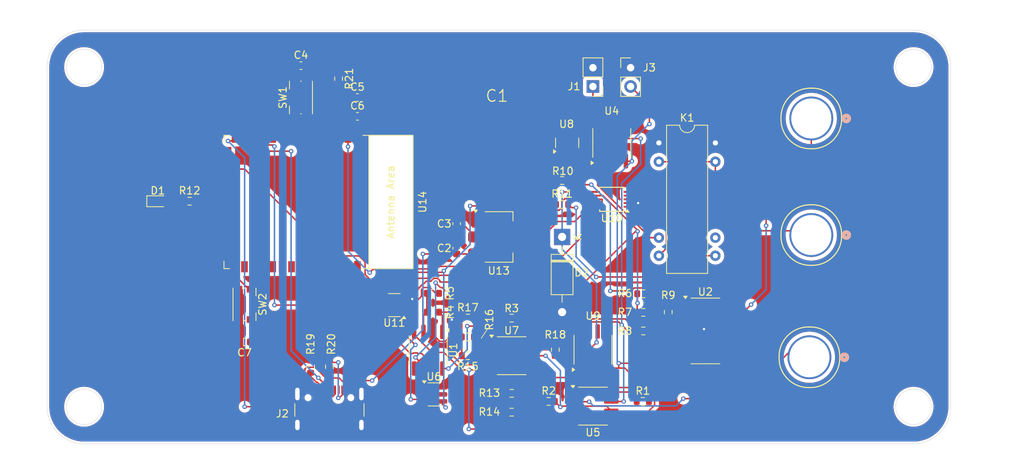
<source format=kicad_pcb>
(kicad_pcb (version 20241229) (generator "pcbnew") (generator_version "9.0")
  (layers (0 "F.Cu" signal) (2 "B.Cu" signal) (13 "F.Paste" user) (15 "B.Paste" user) (5 "F.SilkS" user "F.Silkscreen") (7 "B.SilkS" user "B.Silkscreen") (1 "F.Mask" user) (3 "B.Mask" user) (25 "Edge.Cuts" user))
  (net 0 "")
  (net 1 "GND")
  (net 2 "Net-(U8-IN)")
  (net 3 "Net-(D1-A)")
  (net 4 "Net-(D2-K)")
  (net 5 "Net-(U10-AIN1)")
  (net 6 "Net-(J4-Pin_1)")
  (net 7 "Net-(K1-Pad6)")
  (net 8 "Net-(R1-Pad2)")
  (net 9 "Net-(R1-Pad1)")
  (net 10 "Net-(R15-Pad1)")
  (net 11 "Net-(R3-Pad2)")
  (net 12 "Net-(R3-Pad1)")
  (net 13 "Net-(R17-Pad2)")
  (net 14 "Net-(U1A-+)")
  (net 15 "Net-(U11-VOUT)")
  (net 16 "Net-(U2A-+)")
  (net 17 "Net-(R10-Pad1)")
  (net 18 "Net-(U2D--)")
  (net 19 "Net-(U7--)")
  (net 20 "Net-(U9-+)")
  (net 21 "Net-(R18-Pad1)")
  (net 22 "Net-(R18-Pad2)")
  (net 23 "Net-(U1B--)")
  (net 24 "-9V")
  (net 25 "+9V")
  (net 28 "Net-(J5-Pin_1)")
  (net 33 "+5V")
  (net 34 "+3.3V")
  (net 35 "Net-(U14-EN)")
  (net 36 "Net-(U14-GPIO0)")
  (net 37 "/D+")
  (net 39 "/D-")
  (net 40 "Net-(J2-CC1)")
  (net 42 "Net-(J2-CC2)")
  (net 43 "/ADC_IN3")
  (net 44 "Net-(U14-GPIO12{slash}TOUCH12{slash}ADC2_CH1{slash}FSPICLK{slash}FSPIIO6)")
  (net 45 "/I2C_SDA")
  (net 46 "/I2C_SCL")
  (net 49 "Net-(U4A-+)")
  (net 52 "VCC")
  (net 87 "Net-(J6-Pin_1)")
  (footprint "Resistor_SMD:R_0603_1608Metric" (layer "F.Cu") (at 186.339 76.8975)
    (property "Reference" "R11")
    (property "Value" "10k")
  )
  (footprint "Resistor_SMD:R_0603_1608Metric" (layer "F.Cu") (at 168.91 88.9 180)
    (property "Reference" "R5")
    (property "Value" "10k")
  )
  (footprint "Resistor_SMD:R_0603_1608Metric" (layer "F.Cu") (at 185.42 96.52 -90)
    (property "Reference" "R18")
    (property "Value" "5.23k")
  )
  (footprint "i made this:CONN_575-8_KEY" (layer "F.Cu") (at 219.964 81.026)
    (property "Reference" "J5")
    (property "Value" "Working ")
  )
  (footprint "Connector_PinHeader_2.54mm:PinHeader_1x02_P2.54mm_Vertical" (layer "F.Cu") (at 190.5 60.96 180)
    (property "Reference" "J1")
    (property "Value" "Conn_01x02_Pin")
  )
  (footprint "Resistor_SMD:R_0603_1608Metric" (layer "F.Cu") (at 179.53 102.41 180)
    (property "Reference" "R13")
    (property "Value" "10k")
  )
  (footprint "LED_SMD:LED_0603_1608Metric" (layer "F.Cu") (at 131.7825 76.46)
    (property "Reference" "D1")
    (property "Value" "LED")
  )
  (footprint "Package_SO:SOIC-8_3.9x4.9mm_P1.27mm" (layer "F.Cu") (at 179.53 97.33)
    (property "Reference" "U7")
    (property "Value" "INA128")
  )
  (footprint "Resistor_SMD:R_0603_1608Metric" (layer "F.Cu") (at 173.625 97.33 180)
    (property "Reference" "R15")
    (property "Value" "10k" (hide yes))
  )
  (footprint "Resistor_SMD:R_0603_1608Metric" (layer "F.Cu") (at 173.625 94.79)
    (property "Reference" "R16")
    (property "Value" "10k" (hide yes))
  )
  (footprint "Package_TO_SOT_SMD:SOT-23-6" (layer "F.Cu") (at 169.0425 102.55)
    (property "Reference" "U6")
    (property "Value" "MCP4725xxx-xCH")
  )
  (footprint "Package_SO:SOIC-14_3.9x8.7mm_P1.27mm" (layer "F.Cu") (at 205.675 93.98)
    (property "Reference" "U2")
    (property "Value" "TL074")
  )
  (footprint "Capacitor_SMD:C_0603_1608Metric" (layer "F.Cu") (at 172.11 82.805 90)
    (property "Reference" "C2")
    (property "Value" "100nF" (hide yes))
  )
  (footprint "Resistor_SMD:R_0603_1608Metric" (layer "F.Cu") (at 154.94 98.81 90)
    (property "Reference" "R20")
    (property "Value" "5.1 k")
  )
  (footprint "Capacitor_SMD:C_0603_1608Metric" (layer "F.Cu") (at 151.1 58.145)
    (property "Reference" "C4")
    (property "Value" ".1uF")
  )
  (footprint "Resistor_SMD:R_0603_1608Metric" (layer "F.Cu") (at 197.295 88.96)
    (property "Reference" "R6")
    (property "Value" "10k")
  )
  (footprint "Resistor_SMD:R_0603_1608Metric" (layer "F.Cu") (at 179.53 92.25 180)
    (property "Reference" "R3")
    (property "Value" "10k")
  )
  (footprint "Resistor_SMD:R_0603_1608Metric" (layer "F.Cu") (at 156.18 59.91 -90)
    (property "Reference" "R21")
    (property "Value" "10k")
  )
  (footprint "Resistor_SMD:R_0603_1608Metric" (layer "F.Cu") (at 200.66 91.44 90)
    (property "Reference" "R9")
    (property "Value" "10k")
  )
  (footprint "ESP32:ESP32-S2-SOLO" (layer "F.Cu") (at 150.46 76.56 -90)
    (property "Reference" "U14")
    (property "Value" "ESP32-S2-SOLO")
  )
  (footprint "Diode_THT:D_DO-41_SOD81_P10.16mm_Horizontal" (layer "F.Cu") (at 186.339 81.28 -90)
    (property "Reference" "D2")
    (property "Value" "1N47xxA")
  )
  (footprint "Capacitor_SMD:C_0603_1608Metric" (layer "F.Cu") (at 158.72 64.99)
    (property "Reference" "C6")
    (property "Value" ".1uF")
  )
  (footprint "i made this:CONN_575-8_KEY" (layer "F.Cu") (at 219.71 97.536)
    (property "Reference" "J6")
    (property "Value" "Working")
  )
  (footprint "B58031I7504M062:CAPC7851084X4N" (layer "F.Cu") (at 177.8 71.12)
    (property "Reference" "C1")
    (property "Value" "0.47 uF")
  )
  (footprint "Package_TO_SOT_SMD:SOT-23-6" (layer "F.Cu") (at 163.6975 90.49 180)
    (property "Reference" "U11")
    (property "Value" "MCP4725")
  )
  (footprint "Resistor_SMD:R_0603_1608Metric" (layer "F.Cu") (at 197.23 103.505)
    (property "Reference" "R1")
    (property "Value" "4.12k")
  )
  (footprint "Package_SO:SOIC-8_3.9x4.9mm_P1.27mm" (layer "F.Cu") (at 193.04 68.58 90)
    (property "Reference" "U4")
    (property "Value" "OPA2277")
  )
  (footprint "Resistor_SMD:R_0603_1608Metric" (layer "F.Cu") (at 197.295 91.47)
    (property "Reference" "R7")
    (property "Value" "10k")
  )
  (footprint "Connector_PinHeader_2.54mm:PinHeader_1x02_P2.54mm_Vertical" (layer "F.Cu") (at 195.58 58.42)
    (property "Reference" "J3")
    (property "Value" "Conn_01x02_Pin")
  )
  (footprint "Package_TO_SOT_SMD:SOT-23" (layer "F.Cu") (at 187.0225 68.58 90)
    (property "Reference" "U8")
    (property "Value" "REF3033")
  )
  (footprint "Package_SO:SOIC-8_3.9x4.9mm_P1.27mm" (layer "F.Cu") (at 190.5 96.52 90)
    (property "Reference" "U9")
    (property "Value" "INA128")
  )
  (footprint "Package_TO_SOT_SMD:SOT-223-3_TabPin2" (layer "F.Cu") (at 177.8 81.28)
    (property "Reference" "U13")
    (property "Value" "LD1117S33TR_SOT223" (hide yes))
  )
  (footprint "Resistor_SMD:R_0603_1608Metric" (layer "F.Cu") (at 184.53 103.505)
    (property "Reference" "R2")
    (property "Value" "10k")
  )
  (footprint "Resistor_SMD:R_0603_1608Metric" (layer "F.Cu") (at 136.075 76.46)
    (property "Reference" "R12")
    (property "Value" "470")
  )
  (footprint "i made this:CONN_575-8_KEY" (layer "F.Cu") (at 219.964 65.278)
    (property "Reference" "J4")
    (property "Value" "Reference ")
  )
  (footprint "Button_Switch_SMD:SW_Push_1P1T-SH_NO_CK_KMR2xxG" (layer "F.Cu") (at 151.1 62.45 90)
    (property "Reference" "SW1")
    (property "Value" "Reset")
  )
  (footprint "Connector_USB:USB_C_Receptacle_GCT_USB4105-xx-A_16P_TopMnt_Horizontal" (layer "F.Cu") (at 154.94 105.605)
    (property "Reference" "J2")
    (property "Value" "USB_C_Receptacle_USB2.0")
  )
  (footprint "Resistor_SMD:R_0603_1608Metric" (layer "F.Cu") (at 173.625 92.25)
    (property "Reference" "R17")
    (property "Value" "10k" (hide yes))
  )
  (footprint "Resistor_SMD:R_0603_1608Metric" (layer "F.Cu") (at 197.295 93.98)
    (property "Reference" "R8")
    (property "Value" "10k")
  )
  (footprint "Relay_THT:Relay_StandexMeder_DIP_LowProfile" (layer "F.Cu") (at 199.4 68.58)
    (property "Reference" "K1")
    (property "Value" "DIPxx-1Axx-12xD")
  )
  (footprint "Package_SO:SOIC-8_3.9x4.9mm_P1.27mm" (layer "F.Cu") (at 190.5 104.14)
    (property "Reference" "U5")
    (property "Value" "INA128")
  )
  (footprint "Button_Switch_SMD:SW_Push_1P1T-SH_NO_CK_KMR2xxG" (layer "F.Cu") (at 143.48 90.39 -90)
    (property "Reference" "SW2")
    (property "Value" "Boot")
  )
  (footprint "Capacitor_SMD:C_0603_1608Metric" (layer "F.Cu") (at 143.48 95.47 180)
    (property "Reference" "C7")
    (property "Value" ".1uF")
  )
  (footprint "Capacitor_SMD:C_0603_1608Metric" (layer "F.Cu") (at 158.72 62.45)
    (property "Reference" "C5")
    (property "Value" "1uF")
  )
  (footprint "Package_SO:SOIC-8_3.9x4.9mm_P1.27mm" (layer "F.Cu") (at 168.275 96.585 -90)
    (property "Reference" "U1")
    (property "Value" "OPA2277")
  )
  (footprint "Resistor_SMD:R_0603_1608Metric" (layer "F.Cu") (at 186.339 73.66 180)
    (property "Reference" "R10")
    (property "Value" "10k")
  )
  (footprint "Resistor_SMD:R_0603_1608Metric" (layer "F.Cu") (at 152.4 98.81 90)
    (property "Reference" "R19")
    (property "Value" "5.1 k")
  )
  (footprint "Resistor_SMD:R_0603_1608Metric" (layer "F.Cu") (at 179.53 104.95)
    (property "Reference" "R14")
    (property "Value" "1M")
  )
  (footprint "Resistor_SMD:R_0603_1608Metric" (layer "F.Cu") (at 168.91 91.44)
    (property "Reference" "R4")
    (property "Value" "10k")
  )
  (footprint "Package_SO:TSSOP-10_3x3mm_P0.5mm" (layer "F.Cu") (at 193.04 76.2 180)
    (property "Reference" "U10")
    (property "Value" "ADS1115")
  )
  (footprint "Capacitor_SMD:C_0603_1608Metric" (layer "F.Cu") (at 172.11 79.49 -90)
    (property "Reference" "C3")
    (property "Value" "10uF" (hide yes))
  )
  (gr_line (start 233.76 109.22) (end 121.84 109.22) (stroke (width 0.05)) (layer "Edge.Cuts"))
  (gr_line (start 116.84 104.22) (end 116.84 58.34) (stroke (width 0.05)) (layer "Edge.Cuts"))
  (gr_arc (start 233.76 53.34) (mid 237.295534 54.804466) (end 238.76 58.34) (stroke (width 0.05)) (layer "Edge.Cuts"))
  (gr_line (start 238.76 58.34) (end 238.76 104.22) (stroke (width 0.05)) (layer "Edge.Cuts"))
  (gr_circle (center 233.76 58.34) (end 236.16 58.34) (stroke (width 0.05)) (fill no) (layer "Edge.Cuts"))
  (gr_arc (start 121.84 109.22) (mid 118.304466 107.755534) (end 116.84 104.22) (stroke (width 0.05)) (layer "Edge.Cuts"))
  (gr_line (start 121.84 53.34) (end 233.76 53.34) (stroke (width 0.05)) (layer "Edge.Cuts"))
  (gr_circle (center 121.84 104.22) (end 124.24 104.22) (stroke (width 0.05)) (fill no) (layer "Edge.Cuts"))
  (gr_circle (center 121.84 58.34) (end 124.24 58.34) (stroke (width 0.05)) (fill no) (layer "Edge.Cuts"))
  (gr_circle (center 233.76 104.22) (end 236.16 104.22) (stroke (width 0.05)) (fill no) (layer "Edge.Cuts"))
  (gr_arc (start 238.76 104.22) (mid 237.295534 107.755534) (end 233.76 109.22) (stroke (width 0.05)) (layer "Edge.Cuts"))
  (gr_arc (start 116.84 58.34) (mid 118.304466 54.804466) (end 121.84 53.34) (stroke (width 0.05)) (layer "Edge.Cuts"))
  (gr_text "/\n" (at 175.26 94.865 0) (layer "F.SilkS") (effects (font (size 1 1) (thickness 0.1)) (justify left bottom)))
  (segment (start 195.19 76.2) (end 196.088 76.2) (width 0.2) (layer "F.Cu") (net 1))
  (segment (start 196.041 76.274) (end 195.967 76.2) (width 0.2) (layer "F.Cu") (net 1))
  (segment (start 172.829536 98.5486) (end 171.45 97.169064) (width 0.2) (layer "F.Cu") (net 1))
  (segment (start 205.486 93.218) (end 205.486 93.726) (width 0.2) (layer "F.Cu") (net 1))
  (segment (start 195.967 76.2) (end 195.19 76.2) (width 0.2) (layer "F.Cu") (net 1))
  (segment (start 165.288 90.49) (end 166.116 89.662) (width 0.2) (layer "F.Cu") (net 1))
  (segment (start 171.45 97.169064) (end 171.45 94.488) (width 0.2) (layer "F.Cu") (net 1))
  (segment (start 170.552 95.386) (end 171.45 94.488) (width 0.2) (layer "F.Cu") (net 1))
  (segment (start 168.91 94.456968) (end 169.839032 95.386) (width 0.2) (layer "F.Cu") (net 1))
  (segment (start 195.967 77.2) (end 196.041 77.126) (width 0.2) (layer "F.Cu") (net 1))
  (segment (start 168.91 94.11) (end 168.91 94.456968) (width 0.2) (layer "F.Cu") (net 1))
  (segment (start 171.45 94.488) (end 171.45 92.456) (width 0.2) (layer "F.Cu") (net 1))
  (segment (start 195.19 77.2) (end 195.967 77.2) (width 0.2) (layer "F.Cu") (net 1))
  (segment (start 176.4714 98.5486) (end 172.829536 98.5486) (width 0.2) (layer "F.Cu") (net 1))
  (segment (start 192.405 71.055) (end 192.405 69.723) (width 0.2) (layer "F.Cu") (net 1))
  (segment (start 196.041 77.126) (end 196.041 76.274) (width 0.2) (layer "F.Cu") (net 1))
  (segment (start 169.839032 95.386) (end 170.552 95.386) (width 0.2) (layer "F.Cu") (net 1))
  (segment (start 192.405 69.723) (end 192.786 69.342) (width 0.2) (layer "F.Cu") (net 1))
  (segment (start 196.088 76.2) (end 196.596 76.708) (width 0.2) (layer "F.Cu") (net 1))
  (segment (start 177.055 97.965) (end 176.4714 98.5486) (width 0.2) (layer "F.Cu") (net 1))
  (segment (start 164.835 90.49) (end 165.288 90.49) (width 0.2) (layer "F.Cu") (net 1))
  (via (at 196.596 76.708) (size 0.6) (drill 0.3) (layers "F.Cu" "B.Cu") (net 1))
  (via (at 171.45 92.456) (size 0.6) (drill 0.3) (layers "F.Cu" "B.Cu") (net 1))
  (via (at 166.116 89.662) (size 0.6) (drill 0.3) (layers "F.Cu" "B.Cu") (net 1))
  (via (at 205.486 93.726) (size 0.6) (drill 0.3) (layers "F.Cu" "B.Cu") (net 1))
  (segment (start 205.486 93.726) (end 205.486 94.234) (width 0.2) (layer "B.Cu") (net 1))
  (segment (start 196.596 76.708) (end 197.104 77.216) (width 0.2) (layer "B.Cu") (net 1))
  (segment (start 171.45 92.456) (end 171.45 91.694) (width 0.2) (layer "B.Cu") (net 1))
  (segment (start 186.072 69.5175) (end 186.072 69.0143) (width 0.2) (layer "F.Cu") (net 2))
  (segment (start 185.514 73.66) (end 185.514 76.8975) (width 0.2) (layer "F.Cu") (net 2))
  (segment (start 186.072 69.0143) (end 186.0725 69.0148) (width 0.2) (layer "F.Cu") (net 2))
  (segment (start 182.5 66.3933) (end 182.5 68.7566) (width 0.2) (layer "F.Cu") (net 2))
  (segment (start 186.072 69.0143) (end 186.072 68.5111) (width 0.2) (layer "F.Cu") (net 2))
  (segment (start 185.514 71.7706) (end 185.514 73.66) (width 0.2) (layer "F.Cu") (net 2))
  (segment (start 182.5 71.12) (end 182.5 68.7566) (width 0.2) (layer "F.Cu") (net 2))
  (segment (start 186.0725 69.0148) (end 186.0725 69.5175) (width 0.2) (layer "F.Cu") (net 2))
  (segment (start 182.5 68.7566) (end 185.514 71.7706) (width 0.2) (layer "F.Cu") (net 2))
  (segment (start 186.072 68.5111) (end 183.955 66.3933) (width 0.2) (layer "F.Cu") (net 2))
  (segment (start 183.955 66.3933) (end 182.5 66.3933) (width 0.2) (layer "F.Cu") (net 2))
  (segment (start 132.57 76.46) (end 135.25 76.46) (width 0.2) (layer "F.Cu") (net 3))
  (segment (start 189.865 98.995) (end 189.865 96.6462) (width 0.2) (layer "F.Cu") (net 4))
  (segment (start 190.987 95.5245) (end 190.987 94.1933) (width 0.2) (layer "F.Cu") (net 4))
  (segment (start 190.89 75.2) (end 186.339 75.2) (width 0.2) (layer "F.Cu") (net 4))
  (segment (start 190.987 94.1933) (end 191.135 94.045) (width 0.2) (layer "F.Cu") (net 4))
  (segment (start 189.865 96.6462) (end 190.987 95.5245) (width 0.2) (layer "F.Cu") (net 4))
  (via (at 186.339 75.2) (size 0.6) (drill 0.3) (layers "F.Cu" "B.Cu") (net 4))
  (via (at 190.987 95.5245) (size 0.6) (drill 0.3) (layers "F.Cu" "B.Cu") (net 4))
  (segment (start 186.339 81.28) (end 186.339 75.2) (width 0.2) (layer "B.Cu") (net 4))
  (segment (start 186.339 81.28) (end 186.339 82.9435) (width 0.2) (layer "B.Cu") (net 4))
  (segment (start 190.987 87.5912) (end 190.987 95.5245) (width 0.2) (layer "B.Cu") (net 4))
  (segment (start 186.339 82.9435) (end 190.987 87.5912) (width 0.2) (layer "B.Cu") (net 4))
  (segment (start 195.19 75.2) (end 196.042 75.2) (width 0.2) (layer "F.Cu") (net 5))
  (segment (start 201.425 83.82) (end 200.412 82.8077) (width 0.2) (layer "F.Cu") (net 5))
  (segment (start 200.412 82.8077) (end 199.4 83.82) (width 0.2) (layer "F.Cu") (net 5))
  (segment (start 196.042 75.2) (end 200.412 79.5706) (width 0.2) (layer "F.Cu") (net 5))
  (segment (start 200.412 79.5706) (end 200.412 82.8077) (width 0.2) (layer "F.Cu") (net 5))
  (segment (start 207.02 83.82) (end 201.425 83.82) (width 0.2) (layer "F.Cu") (net 5))
  (segment (start 219.964 72.644) (end 213.868 78.74) (width 0.2) (layer "F.Cu") (net 6))
  (segment (start 209.55 92.71) (end 208.15 92.71) (width 0.2) (layer "F.Cu") (net 6))
  (segment (start 219.964 65.278) (end 219.964 72.644) (width 0.2) (layer "F.Cu") (net 6))
  (segment (start 213.868 78.74) (end 213.868 79.756) (width 0.2) (layer "F.Cu") (net 6))
  (segment (start 211.836 90.424) (end 209.55 92.71) (width 0.2) (layer "F.Cu") (net 6))
  (via (at 213.868 79.756) (size 0.6) (drill 0.3) (layers "F.Cu" "B.Cu") (net 6))
  (via (at 211.836 90.424) (size 0.6) (drill 0.3) (layers "F.Cu" "B.Cu") (net 6))
  (segment (start 213.868 88.392) (end 211.836 90.424) (width 0.2) (layer "B.Cu") (net 6))
  (segment (start 213.868 79.756) (end 213.868 88.392) (width 0.2) (layer "B.Cu") (net 6))
  (segment (start 191.135 74.2862) (end 191.135 71.055) (width 0.2) (layer "F.Cu") (net 7))
  (segment (start 199.4 81.38) (end 198.229 81.38) (width 0.2) (layer "F.Cu") (net 7))
  (segment (start 198.229 81.38) (end 191.135 74.2862) (width 0.2) (layer "F.Cu") (net 7))
  (segment (start 188.639 101.621) (end 196.171 101.621) (width 0.2) (layer "F.Cu") (net 8))
  (segment (start 188.025 102.235) (end 188.639 101.621) (width 0.2) (layer "F.Cu") (net 8))
  (segment (start 196.171 101.621) (end 198.055 103.505) (width 0.2) (layer "F.Cu") (net 8))
  (segment (start 195.603 102.235) (end 196.405 103.037) (width 0.2) (layer "F.Cu") (net 9))
  (segment (start 192.975 102.235) (end 195.603 102.235) (width 0.2) (layer "F.Cu") (net 9))
  (segment (start 196.405 103.037) (end 196.405 103.505) (width 0.2) (layer "F.Cu") (net 9))
  (segment (start 179.496 96.06) (end 174.45 96.06) (width 0.2) (layer "F.Cu") (net 10))
  (segment (start 174.45 97.33) (end 174.45 96.06) (width 0.2) (layer "F.Cu") (net 10))
  (segment (start 184.109 97.33) (end 180.766 97.33) (width 0.2) (layer "F.Cu") (net 10))
  (segment (start 192.34 104.14) (end 192.975 104.775) (width 0.2) (layer "F.Cu") (net 10))
  (segment (start 185.99 104.14) (end 186.106 104.14) (width 0.2) (layer "F.Cu") (net 10))
  (segment (start 180.766 97.33) (end 179.496 96.06) (width 0.2) (layer "F.Cu") (net 10))
  (segment (start 186.106 104.14) (end 186.106 104.248) (width 0.2) (layer "F.Cu") (net 10))
  (segment (start 185.355 103.505) (end 185.99 104.14) (width 0.2) (layer "F.Cu") (net 10))
  (segment (start 174.45 96.06) (end 174.45 94.79) (width 0.2) (layer "F.Cu") (net 10))
  (segment (start 186.106 104.14) (end 192.34 104.14) (width 0.2) (layer "F.Cu") (net 10))
  (via (at 186.106 104.248) (size 0.6) (drill 0.3) (layers "F.Cu" "B.Cu") (net 10))
  (via (at 184.109 97.33) (size 0.6) (drill 0.3) (layers "F.Cu" "B.Cu") (net 10))
  (segment (start 186.106 104.248) (end 186.106 99.3265) (width 0.2) (layer "B.Cu") (net 10))
  (segment (start 186.106 99.3265) (end 184.109 97.33) (width 0.2) (layer "B.Cu") (net 10))
  (segment (start 177.055 95.425) (end 178.705 93.775) (width 0.2) (layer "F.Cu") (net 11))
  (segment (start 178.705 93.775) (end 178.705 92.25) (width 0.2) (layer "F.Cu") (net 11))
  (segment (start 182.005 93.9) (end 180.355 92.25) (width 0.2) (layer "F.Cu") (net 12))
  (segment (start 182.005 95.425) (end 182.005 93.9) (width 0.2) (layer "F.Cu") (net 12))
  (segment (start 187.392 92.8743) (end 183.649 92.8743) (width 0.2) (layer "F.Cu") (net 13))
  (segment (start 194.847 92.3566) (end 187.91 92.3566) (width 0.2) (layer "F.Cu") (net 13))
  (segment (start 187.91 92.3566) (end 187.392 92.8743) (width 0.2) (layer "F.Cu") (net 13))
  (segment (start 173.64 91.44) (end 174.45 92.25) (width 0.2) (layer "F.Cu") (net 13))
  (segment (start 175.649 91.0509) (end 174.45 92.25) (width 0.2) (layer "F.Cu") (net 13))
  (segment (start 169.735 91.44) (end 170.18 91.885) (width 0.2) (layer "F.Cu") (net 13))
  (segment (start 196.47 93.98) (end 194.847 92.3566) (width 0.2) (layer "F.Cu") (net 13))
  (segment (start 183.649 92.8743) (end 181.825 91.0509) (width 0.2) (layer "F.Cu") (net 13))
  (segment (start 169.735 91.44) (end 173.64 91.44) (width 0.2) (layer "F.Cu") (net 13))
  (segment (start 181.825 91.0509) (end 175.649 91.0509) (width 0.2) (layer "F.Cu") (net 13))
  (segment (start 170.18 91.885) (end 170.18 94.11) (width 0.2) (layer "F.Cu") (net 13))
  (segment (start 167.64 94.11) (end 167.64 91.885) (width 0.2) (layer "F.Cu") (net 14))
  (segment (start 167.64 91.885) (end 168.085 91.44) (width 0.2) (layer "F.Cu") (net 14))
  (segment (start 168.085 88.9) (end 168.085 91.44) (width 0.2) (layer "F.Cu") (net 14))
  (segment (start 168.501 88.1191) (end 169.282 88.9) (width 0.2) (layer "F.Cu") (net 15))
  (segment (start 164.835 91.44) (end 165.222 91.44) (width 0.2) (layer "F.Cu") (net 15))
  (segment (start 167.364 89.298) (end 167.364 88.3915) (width 0.2) (layer "F.Cu") (net 15))
  (segment (start 167.636 88.1191) (end 168.501 88.1191) (width 0.2) (layer "F.Cu") (net 15))
  (segment (start 165.222 91.44) (end 167.364 89.298) (width 0.2) (layer "F.Cu") (net 15))
  (segment (start 169.282 88.9) (end 169.735 88.9) (width 0.2) (layer "F.Cu") (net 15))
  (segment (start 167.364 88.3915) (end 167.636 88.1191) (width 0.2) (layer "F.Cu") (net 15))
  (segment (start 203.2 92.71) (end 202.755 92.265) (width 0.2) (layer "F.Cu") (net 16))
  (segment (start 200.66 92.265) (end 198.915 92.265) (width 0.2) (layer "F.Cu") (net 16))
  (segment (start 198.915 92.265) (end 198.12 91.47) (width 0.2) (layer "F.Cu") (net 16))
  (segment (start 198.12 91.47) (end 198.12 88.96) (width 0.2) (layer "F.Cu") (net 16))
  (segment (start 202.755 92.265) (end 200.66 92.265) (width 0.2) (layer "F.Cu") (net 16))
  (segment (start 198.12 93.98) (end 198.915 93.185) (width 0.2) (layer "F.Cu") (net 16))
  (segment (start 198.915 93.185) (end 198.915 92.265) (width 0.2) (layer "F.Cu") (net 16))
  (segment (start 192.847 88.5726) (end 195.672 88.5726) (width 0.2) (layer "F.Cu") (net 17))
  (segment (start 187.733 74.2287) (end 187.164 73.66) (width 0.2) (layer "F.Cu") (net 17))
  (segment (start 196.07 88.1739) (end 201.204 88.1739) (width 0.2) (layer "F.Cu") (net 17))
  (segment (start 190.274 74.2287) (end 187.733 74.2287) (width 0.2) (layer "F.Cu") (net 17))
  (segment (start 202.755 90.615) (end 203.2 90.17) (width 0.2) (layer "F.Cu") (net 17))
  (segment (start 195.672 88.5725) (end 196.07 88.1739) (width 0.2) (layer "F.Cu") (net 17))
  (segment (start 195.672 88.5726) (end 195.672 88.5725) (width 0.2) (layer "F.Cu") (net 17))
  (segment (start 200.66 90.615) (end 202.755 90.615) (width 0.2) (layer "F.Cu") (net 17))
  (segment (start 201.204 88.1739) (end 203.2 90.17) (width 0.2) (layer "F.Cu") (net 17))
  (via (at 190.274 74.2287) (size 0.6) (drill 0.3) (layers "F.Cu" "B.Cu") (net 17))
  (via (at 192.847 88.5726) (size 0.6) (drill 0.3) (layers "F.Cu" "B.Cu") (net 17))
  (segment (start 190.274 74.2287) (end 192.847 76.8022) (width 0.2) (layer "B.Cu") (net 17))
  (segment (start 192.847 76.8022) (end 192.847 88.5726) (width 0.2) (layer "B.Cu") (net 17))
  (segment (start 187.596 77.3292) (end 187.164 76.8975) (width 0.2) (layer "F.Cu") (net 18))
  (segment (start 204.671 86.6912) (end 190.938 86.6912) (width 0.2) (layer "F.Cu") (net 18))
  (segment (start 208.15 90.17) (end 208.15 91.44) (width 0.2) (layer "F.Cu") (net 18))
  (segment (start 188.227 77.3292) (end 187.596 77.3292) (width 0.2) (layer "F.Cu") (net 18))
  (segment (start 208.15 90.17) (end 204.671 86.6912) (width 0.2) (layer "F.Cu") (net 18))
  (via (at 188.227 77.3292) (size 0.6) (drill 0.3) (layers "F.Cu" "B.Cu") (net 18))
  (via (at 190.938 86.6912) (size 0.6) (drill 0.3) (layers "F.Cu" "B.Cu") (net 18))
  (segment (start 190.938 86.6912) (end 188.227 83.9804) (width 0.2) (layer "B.Cu") (net 18))
  (segment (start 188.227 83.9804) (end 188.227 77.3292) (width 0.2) (layer "B.Cu") (net 18))
  (segment (start 173.618 98.1476) (end 172.8 97.33) (width 0.2) (layer "F.Cu") (net 19))
  (segment (start 177.055 96.695) (end 176.347 96.695) (width 0.2) (layer "F.Cu") (net 19))
  (segment (start 176.347 96.695) (end 174.895 98.1476) (width 0.2) (layer "F.Cu") (net 19))
  (segment (start 177.42 96.695) (end 177.055 96.695) (width 0.2) (layer "F.Cu") (net 19))
  (segment (start 178.805 98.0805) (end 177.42 96.695) (width 0.2) (layer "F.Cu") (net 19))
  (segment (start 172.8 92.25) (end 172.8 94.79) (width 0.2) (layer "F.Cu") (net 19))
  (segment (start 174.895 98.1476) (end 173.618 98.1476) (width 0.2) (layer "F.Cu") (net 19))
  (segment (start 178.705 104.95) (end 178.705 102.41) (width 0.2) (layer "F.Cu") (net 19))
  (segment (start 172.8 94.79) (end 172.8 97.33) (width 0.2) (layer "F.Cu") (net 19))
  (segment (start 178.805 102.31) (end 178.805 98.0805) (width 0.2) (layer "F.Cu") (net 19))
  (segment (start 178.705 102.41) (end 178.805 102.31) (width 0.2) (layer "F.Cu") (net 19))
  (segment (start 182.005 97.965) (end 182.351 97.965) (width 0.2) (layer "F.Cu") (net 20))
  (segment (start 180.355 102.41) (end 180.355 104.95) (width 0.2) (layer "F.Cu") (net 20))
  (segment (start 184.661 100.275) (end 183.646 99.2603) (width 0.2) (layer "F.Cu") (net 20))
  (segment (start 190.253 100.275) (end 184.661 100.275) (width 0.2) (layer "F.Cu") (net 20))
  (segment (start 191.135 98.995) (end 191.135 99.3937) (width 0.2) (layer "F.Cu") (net 20))
  (segment (start 180.496 102.41) (end 180.355 102.41) (width 0.2) (layer "F.Cu") (net 20))
  (segment (start 191.135 99.3937) (end 190.253 100.275) (width 0.2) (layer "F.Cu") (net 20))
  (segment (start 182.351 97.965) (end 183.646 99.2603) (width 0.2) (layer "F.Cu") (net 20))
  (segment (start 183.646 99.2603) (end 180.496 102.41) (width 0.2) (layer "F.Cu") (net 20))
  (segment (start 187.07 94.045) (end 185.42 95.695) (width 0.2) (layer "F.Cu") (net 21))
  (segment (start 188.595 94.045) (end 187.07 94.045) (width 0.2) (layer "F.Cu") (net 21))
  (segment (start 187.07 98.995) (end 185.42 97.345) (width 0.2) (layer "F.Cu") (net 22))
  (segment (start 188.595 98.995) (end 187.07 98.995) (width 0.2) (layer "F.Cu") (net 22))
  (segment (start 167.64 101.335) (end 167.905 101.6) (width 0.2) (layer "F.Cu") (net 23))
  (segment (start 167.64 99.06) (end 167.64 101.335) (width 0.2) (layer "F.Cu") (net 23))
  (segment (start 192.405 98.995) (end 193.973 98.995) (width 0.2) (layer "F.Cu") (net 24))
  (segment (start 198.816 104.018) (end 197.423 105.41) (width 0.2) (layer "F.Cu") (net 24))
  (segment (start 207.514 94.6165) (end 208.15 93.98) (width 0.2) (layer "F.Cu") (net 24))
  (segment (start 170.38 96.88) (end 168.763 96.88) (width 0.2) (layer "F.Cu") (net 24))
  (segment (start 186.836 107.234) (end 173.759 107.234) (width 0.2) (layer "F.Cu") (net 24))
  (segment (start 177.055 99.235) (end 173.794 99.235) (width 0.2) (layer "F.Cu") (net 24))
  (segment (start 198.816 103.01) (end 198.816 104.018) (width 0.2) (layer "F.Cu") (net 24))
  (segment (start 200.812 94.6165) (end 207.514 94.6165) (width 0.2) (layer "F.Cu") (net 24))
  (segment (start 168.763 96.88) (end 166.37 94.4874) (width 0.2) (layer "F.Cu") (net 24))
  (segment (start 197.423 105.41) (end 188.66 105.41) (width 0.2) (layer "F.Cu") (net 24))
  (segment (start 197.088 98.3401) (end 200.812 94.6165) (width 0.2) (layer "F.Cu") (net 24))
  (segment (start 166.37 94.4874) (end 166.37 94.11) (width 0.2) (layer "F.Cu") (net 24))
  (segment (start 193.973 98.995) (end 193.973 98.3401) (width 0.2) (layer "F.Cu") (net 24))
  (segment (start 193.973 98.3401) (end 197.088 98.3401) (width 0.2) (layer "F.Cu") (net 24))
  (segment (start 188.025 106.045) (end 186.836 107.234) (width 0.2) (layer "F.Cu") (net 24))
  (segment (start 193.973 98.995) (end 194.8 98.995) (width 0.2) (layer "F.Cu") (net 24))
  (segment (start 194.945 71.055) (end 195.758 71.055) (width 0.2) (layer "F.Cu") (net 24))
  (segment (start 198.12 63.5) (end 198.12 66.04) (width 0.2) (layer "F.Cu") (net 24))
  (segment (start 173.794 99.235) (end 172.735 99.235) (width 0.2) (layer "F.Cu") (net 24))
  (segment (start 172.735 99.235) (end 170.38 96.88) (width 0.2) (layer "F.Cu") (net 24))
  (segment (start 194.8 98.995) (end 198.816 103.01) (width 0.2) (layer "F.Cu") (net 24))
  (segment (start 195.58 60.96) (end 198.12 63.5) (width 0.2) (layer "F.Cu") (net 24))
  (segment (start 188.66 105.41) (end 188.025 106.045) (width 0.2) (layer "F.Cu") (net 24))
  (via (at 173.759 107.234) (size 0.6) (drill 0.3) (layers "F.Cu" "B.Cu") (net 24))
  (via (at 198.12 66.04) (size 0.6) (drill 0.3) (layers "F.Cu" "B.Cu") (net 24))
  (via (at 173.794 99.235) (size 0.6) (drill 0.3) (layers "F.Cu" "B.Cu") (net 24))
  (via (at 193.973 98.3401) (size 0.6) (drill 0.3) (layers "F.Cu" "B.Cu") (net 24))
  (via (at 195.758 71.055) (size 0.6) (drill 0.3) (layers "F.Cu" "B.Cu") (net 24))
  (segment (start 193.783 98.1502) (end 193.973 98.3401) (width 0.2) (layer "B.Cu") (net 24))
  (segment (start 198.039 66.04) (end 195.758 68.3206) (width 0.2) (layer "B.Cu") (net 24))
  (segment (start 198.12 66.04) (end 198.039 66.04) (width 0.2) (layer "B.Cu") (net 24))
  (segment (start 195.758 68.3206) (end 195.758 71.055) (width 0.2) (layer "B.Cu") (net 24))
  (segment (start 173.759 99.2704) (end 173.794 99.235) (width 0.2) (layer "B.Cu") (net 24))
  (segment (start 193.783 73.0303) (end 193.783 98.1502) (width 0.2) (layer "B.Cu") (net 24))
  (segment (start 173.759 107.234) (end 173.759 99.2704) (width 0.2) (layer "B.Cu") (net 24))
  (segment (start 195.758 71.055) (end 193.783 73.0303) (width 0.2) (layer "B.Cu") (net 24))
  (segment (start 188.208 92.7669) (end 189.865 92.7669) (width 0.2) (layer "F.Cu") (net 25))
  (segment (start 190.5 63.5) (end 191.135 64.135) (width 0.2) (layer "F.Cu") (net 25))
  (segment (start 191.135 66.105) (end 191.135 66.4587) (width 0.2) (layer "F.Cu") (net 25))
  (segment (start 191.135 64.135) (end 191.135 66.105) (width 0.2) (layer "F.Cu") (net 25))
  (segment (start 190.5 60.96) (end 190.5 63.5) (width 0.2) (layer "F.Cu") (net 25))
  (segment (start 200.031 94.7587) (end 200.81 93.98) (width 0.2) (layer "F.Cu") (net 25))
  (segment (start 192.975 103.505) (end 194.65 103.505) (width 0.2) (layer "F.Cu") (net 25))
  (segment (start 187.652 93.3224) (end 188.208 92.7669) (width 0.2) (layer "F.Cu") (net 25))
  (segment (start 187.758 96.5199) (end 182.18 96.5199) (width 0.2) (layer "F.Cu") (net 25))
  (segment (start 194.385 93.1711) (end 195.972 94.7587) (width 0.2) (layer "F.Cu") (net 25))
  (segment (start 189.865 94.4133) (end 187.758 96.5199) (width 0.2) (layer "F.Cu") (net 25))
  (segment (start 193.98 92.7669) (end 194.385 93.1711) (width 0.2) (layer "F.Cu") (net 25))
  (segment (start 195.972 94.7587) (end 200.031 94.7587) (width 0.2) (layer "F.Cu") (net 25))
  (segment (start 177.734 91.4526) (end 180.977 91.4526) (width 0.2) (layer "F.Cu") (net 25))
  (segment (start 173.533 93.3308) (end 175.856 93.3308) (width 0.2) (layer "F.Cu") (net 25))
  (segment (start 189.865 94.045) (end 189.865 94.4133) (width 0.2) (layer "F.Cu") (net 25))
  (segment (start 192.671 67.995) (end 196.934 67.995) (width 0.2) (layer "F.Cu") (net 25))
  (segment (start 189.865 92.7669) (end 193.98 92.7669) (width 0.2) (layer "F.Cu") (net 25))
  (segment (start 170.18 99.06) (end 170.996 99.06) (width 0.2) (layer "F.Cu") (net 25))
  (segment (start 175.856 93.3308) (end 177.734 91.4526) (width 0.2) (layer "F.Cu") (net 25))
  (segment (start 180.977 91.4526) (end 182.847 93.3224) (width 0.2) (layer "F.Cu") (net 25))
  (segment (start 200.81 93.98) (end 203.2 93.98) (width 0.2) (layer "F.Cu") (net 25))
  (segment (start 182.847 93.3224) (end 187.652 93.3224) (width 0.2) (layer "F.Cu") (net 25))
  (segment (start 182.18 96.5199) (end 182.18 96.52) (width 0.2) (layer "F.Cu") (net 25))
  (segment (start 182.18 96.52) (end 182.005 96.695) (width 0.2) (layer "F.Cu") (net 25))
  (segment (start 191.135 66.4587) (end 192.671 67.995) (width 0.2) (layer "F.Cu") (net 25))
  (segment (start 189.865 94.045) (end 189.865 92.7669) (width 0.2) (layer "F.Cu") (net 25))
  (via (at 196.934 67.995) (size 0.6) (drill 0.3) (layers "F.Cu" "B.Cu") (net 25))
  (via (at 170.996 99.06) (size 0.6) (drill 0.3) (layers "F.Cu" "B.Cu") (net 25))
  (via (at 194.65 103.505) (size 0.6) (drill 0.3) (layers "F.Cu" "B.Cu") (net 25))
  (via (at 194.385 93.1711) (size 0.6) (drill 0.3) (layers "F.Cu" "B.Cu") (net 25))
  (via (at 173.533 93.3308) (size 0.6) (drill 0.3) (layers "F.Cu" "B.Cu") (net 25))
  (segment (start 196.934 67.995) (end 196.934 71.474) (width 0.2) (layer "B.Cu") (net 25))
  (segment (start 194.65 93.4369) (end 194.65 103.505) (width 0.2) (layer "B.Cu") (net 25))
  (segment (start 173.533 93.3308) (end 173.533 96.5221) (width 0.2) (layer "B.Cu") (net 25))
  (segment (start 194.385 93.1711) (end 194.65 93.4369) (width 0.2) (layer "B.Cu") (net 25))
  (segment (start 196.934 71.474) (end 194.385 74.0231) (width 0.2) (layer "B.Cu") (net 25))
  (segment (start 194.385 74.0231) (end 194.385 93.1711) (width 0.2) (layer "B.Cu") (net 25))
  (segment (start 173.533 96.5221) (end 170.996 99.06) (width 0.2) (layer "B.Cu") (net 25))
  (segment (start 219.964 81.026) (end 219.964 80.518) (width 0.2) (layer "F.Cu") (net 28))
  (segment (start 219.8972 80.4512) (end 213.106 80.4512) (width 0.2) (layer "F.Cu") (net 28))
  (segment (start 219.964 80.518) (end 219.8972 80.4512) (width 0.2) (layer "F.Cu") (net 28))
  (segment (start 207.02 71.12) (end 199.4 71.12) (width 0.2) (layer "F.Cu") (net 28))
  (segment (start 213.106 80.4512) (end 207.02 74.3652) (width 0.2) (layer "F.Cu") (net 28))
  (segment (start 207.02 74.3652) (end 207.02 71.12) (width 0.2) (layer "F.Cu") (net 28))
  (segment (start 152.54 100.961) (end 152.54 101.925) (width 0.2) (layer "F.Cu") (net 33))
  (segment (start 174.65 83.58) (end 172.11 83.58) (width 0.2) (layer "F.Cu") (net 33))
  (segment (start 154.466 100.346) (end 153.011 98.8914) (width 0.2) (layer "F.Cu") (net 33))
  (segment (start 151.622 99.1357) (end 151.622 100.043) (width 0.2) (layer "F.Cu") (net 33))
  (segment (start 157.34 101.504) (end 157.34 101.925) (width 0.2) (layer "F.Cu") (net 33))
  (segment (start 157.384 101.46) (end 157.34 101.504) (width 0.2) (layer "F.Cu") (net 33))
  (segment (start 172.11 83.58) (end 167.55 83.58) (width 0.2) (layer "F.Cu") (net 33))
  (segment (start 153.011 98.8914) (end 151.867 98.8914) (width 0.2) (layer "F.Cu") (net 33))
  (segment (start 151.622 100.043) (end 152.54 100.961) (width 0.2) (layer "F.Cu") (net 33))
  (segment (start 157.384 101.46) (end 156.27 100.346) (width 0.2) (layer "F.Cu") (net 33))
  (segment (start 156.27 100.346) (end 154.466 100.346) (width 0.2) (layer "F.Cu") (net 33))
  (segment (start 160.71 100.677) (end 158.167 100.677) (width 0.2) (layer "F.Cu") (net 33))
  (segment (start 158.167 100.677) (end 157.384 101.46) (width 0.2) (layer "F.Cu") (net 33))
  (segment (start 151.867 98.8914) (end 151.622 99.1357) (width 0.2) (layer "F.Cu") (net 33))
  (via (at 167.55 83.58) (size 0.6) (drill 0.3) (layers "F.Cu" "B.Cu") (net 33))
  (via (at 160.71 100.677) (size 0.6) (drill 0.3) (layers "F.Cu" "B.Cu") (net 33))
  (segment (start 167.55 93.837) (end 167.55 83.58) (width 0.2) (layer "B.Cu") (net 33))
  (segment (start 160.71 100.677) (end 167.55 93.837) (width 0.2) (layer "B.Cu") (net 33))
  (segment (start 169.725 85.34795) (end 169.725 85.09) (width 0.2) (layer "F.Cu") (net 34))
  (segment (start 175.98 81.28) (end 174.65 81.28) (width 0.2) (layer "F.Cu") (net 34))
  (segment (start 160.8144 85.661) (end 160.376 86.0994) (width 0.2) (layer "F.Cu") (net 34))
  (segment (start 157.45 67.81) (end 157.45 65.485) (width 0.2) (layer "F.Cu") (net 34))
  (segment (start 169.725 85.09) (end 168.967 85.09) (width 0.2) (layer "F.Cu") (net 34))
  (segment (start 168.967 85.09) (end 168.459 85.598) (width 0.2) (layer "F.Cu") (net 34))
  (segment (start 157.945 60.85) (end 156.18 59.085) (width 0.2) (layer "F.Cu") (net 34))
  (segment (start 175.98 81.28) (end 175.98 84.2148) (width 0.2) (layer "F.Cu") (net 34))
  (segment (start 166.311 85.598) (end 166.311 85.601836) (width 0.2) (layer "F.Cu") (net 34))
  (segment (start 174.65 81.255) (end 174.65 81.28) (width 0.2) (layer "F.Cu") (net 34))
  (segment (start 157.45 69.0833) (end 157.45 67.81) (width 0.2) (layer "F.Cu") (net 34))
  (segment (start 157.45 65.485) (end 157.945 64.99) (width 0.2) (layer "F.Cu") (net 34))
  (segment (start 169.81405 85.2589) (end 169.725 85.34795) (width 0.2) (layer "F.Cu") (net 34))
  (segment (start 168.459 85.598) (end 166.311 85.598) (width 0.2) (layer "F.Cu") (net 34))
  (segment (start 166.311 85.601836) (end 166.251836 85.661) (width 0.2) (layer "F.Cu") (net 34))
  (segment (start 175.98 84.2148) (end 174.936 85.2589) (width 0.2) (layer "F.Cu") (net 34))
  (segment (start 157.945 62.45) (end 157.945 60.85) (width 0.2) (layer "F.Cu") (net 34))
  (segment (start 180.95 81.28) (end 175.98 81.28) (width 0.2) (layer "F.Cu") (net 34))
  (segment (start 172.11 78.715) (end 174.65 81.255) (width 0.2) (layer "F.Cu") (net 34))
  (segment (start 166.251836 85.661) (end 160.8144 85.661) (width 0.2) (layer "F.Cu") (net 34))
  (segment (start 157.945 64.99) (end 157.945 62.45) (width 0.2) (layer "F.Cu") (net 34))
  (segment (start 174.936 85.2589) (end 169.81405 85.2589) (width 0.2) (layer "F.Cu") (net 34))
  (via (at 157.45 69.0833) (size 0.6) (drill 0.3) (layers "F.Cu" "B.Cu") (net 34))
  (via (at 160.376 86.0994) (size 0.6) (drill 0.3) (layers "F.Cu" "B.Cu") (net 34))
  (segment (start 157.45 69.0833) (end 157.45 83.2121) (width 0.2) (layer "B.Cu") (net 34))
  (segment (start 157.45 83.2121) (end 160.337 86.0994) (width 0.2) (layer "B.Cu") (net 34))
  (segment (start 160.337 86.0994) (end 160.376 86.0994) (width 0.2) (layer "B.Cu") (net 34))
  (segment (start 151.875 59.6233) (end 151.875 58.145) (width 0.2) (layer "F.Cu") (net 35))
  (segment (start 153.922 62.9933) (end 156.18 60.735) (width 0.2) (layer "F.Cu") (net 35))
  (segment (start 153.922 64.5) (end 153.922 62.9933) (width 0.2) (layer "F.Cu") (net 35))
  (segment (start 151.9 59.6483) (end 151.875 59.6233) (width 0.2) (layer "F.Cu") (net 35))
  (segment (start 155.845 60.4) (end 156.18 60.735) (width 0.2) (layer "F.Cu") (net 35))
  (segment (start 156.18 66.7583) (end 156.18 67.81) (width 0.2) (layer "F.Cu") (net 35))
  (segment (start 151.9 64.5) (end 153.922 64.5) (width 0.2) (layer "F.Cu") (net 35))
  (segment (start 153.922 64.5) (end 156.18 66.7583) (width 0.2) (layer "F.Cu") (net 35))
  (segment (start 151.9 60.4) (end 151.9 59.6483) (width 0.2) (layer "F.Cu") (net 35))
  (segment (start 151.9 60.4) (end 155.845 60.4) (width 0.2) (layer "F.Cu") (net 35))
  (segment (start 144.28 92.44) (end 144.28 88.5719) (width 0.2) (layer "F.Cu") (net 36))
  (segment (start 144.28 88.5719) (end 144.28 88.5633) (width 0.2) (layer "F.Cu") (net 36))
  (segment (start 144.28 88.5719) (end 144.28 88.5633) (width 0.2) (layer "F.Cu") (net 36))
  (segment (start 144.28 88.5633) (end 142.21 86.4933) (width 0.2) (layer "F.Cu") (net 36))
  (segment (start 144.255 95.47) (end 144.28 95.445) (width 0.2) (layer "F.Cu") (net 36))
  (segment (start 144.28 88.5633) (end 144.28 88.34) (width 0.2) (layer "F.Cu") (net 36))
  (segment (start 142.21 86.4933) (end 142.21 85.31) (width 0.2) (layer "F.Cu") (net 36))
  (segment (start 144.28 95.445) (end 144.28 92.44) (width 0.2) (layer "F.Cu") (net 36))
  (segment (start 155.421 102.802) (end 154.959 102.802) (width 0.2) (layer "F.Cu") (net 37))
  (segment (start 155.69 101.925) (end 155.69 102.533) (width 0.2) (layer "F.Cu") (net 37))
  (segment (start 154.69 102.533) (end 153.011 104.212) (width 0.2) (layer "F.Cu") (net 37))
  (segment (start 154.69 102.533) (end 154.69 101.925) (width 0.2) (layer "F.Cu") (net 37))
  (segment (start 153.011 104.212) (end 143.497 104.212) (width 0.2) (layer "F.Cu") (net 37))
  (segment (start 141.702 68.3175) (end 142.21 67.81) (width 0.2) (layer "F.Cu") (net 37))
  (segment (start 141.256 68.3175) (end 141.702 68.3175) (width 0.2) (layer "F.Cu") (net 37))
  (segment (start 154.959 102.802) (end 154.69 102.533) (width 0.2) (layer "F.Cu") (net 37))
  (segment (start 155.69 102.533) (end 155.421 102.802) (width 0.2) (layer "F.Cu") (net 37))
  (via (at 141.256 68.3175) (size 0.6) (drill 0.3) (layers "F.Cu" "B.Cu") (net 37))
  (via (at 143.497 104.212) (size 0.6) (drill 0.3) (layers "F.Cu" "B.Cu") (net 37))
  (segment (start 143.497 104.212) (end 143.497 70.5592) (width 0.2) (layer "B.Cu") (net 37))
  (segment (start 143.497 70.5592) (end 141.256 68.3175) (width 0.2) (layer "B.Cu") (net 37))
  (segment (start 155.19 101.256) (end 154.981 101.048) (width 0.2) (layer "F.Cu") (net 39))
  (segment (start 154.981 101.048) (end 154.449 101.048) (width 0.2) (layer "F.Cu") (net 39))
  (segment (start 154.313 101.183) (end 154.19 101.306) (width 0.2) (layer "F.Cu") (net 39))
  (segment (start 154.449 101.048) (end 154.313 101.183) (width 0.2) (layer "F.Cu") (net 39))
  (segment (start 155.19 101.925) (end 155.19 101.256) (width 0.2) (layer "F.Cu") (net 39))
  (segment (start 144.316 69.6979) (end 149.77 69.6979) (width 0.2) (layer "F.Cu") (net 39))
  (segment (start 143.48 68.8617) (end 144.316 69.6979) (width 0.2) (layer "F.Cu") (net 39))
  (segment (start 154.19 101.306) (end 154.19 101.925) (width 0.2) (layer "F.Cu") (net 39))
  (segment (start 153.448 100.319) (end 154.313 101.183) (width 0.2) (layer "F.Cu") (net 39))
  (segment (start 143.48 67.81) (end 143.48 68.8617) (width 0.2) (layer "F.Cu") (net 39))
  (via (at 153.448 100.319) (size 0.6) (drill 0.3) (layers "F.Cu" "B.Cu") (net 39))
  (via (at 149.77 69.6979) (size 0.6) (drill 0.3) (layers "F.Cu" "B.Cu") (net 39))
  (segment (start 149.77 69.6979) (end 149.77 96.6403) (width 0.2) (layer "B.Cu") (net 39))
  (segment (start 149.77 96.6403) (end 153.448 100.319) (width 0.2) (layer "B.Cu") (net 39))
  (segment (start 152.4 100.121) (end 153.204 100.925) (width 0.2) (layer "F.Cu") (net 40))
  (segment (start 152.4 99.635) (end 152.4 100.121) (width 0.2) (layer "F.Cu") (net 40))
  (segment (start 153.325 100.925) (end 153.69 101.29) (width 0.2) (layer "F.Cu") (net 40))
  (segment (start 153.204 100.925) (end 153.325 100.925) (width 0.2) (layer "F.Cu") (net 40))
  (segment (start 153.69 101.29) (end 153.69 101.925) (width 0.2) (layer "F.Cu") (net 40))
  (segment (start 156.69 101.925) (end 156.69 102.602) (width 0.2) (layer "F.Cu") (net 42))
  (segment (start 156.257 103.035) (end 156.136 103.035) (width 0.2) (layer "F.Cu") (net 42))
  (segment (start 156.136 98.2328) (end 155.188 98.2328) (width 0.2) (layer "F.Cu") (net 42))
  (segment (start 156.69 102.602) (end 156.257 103.035) (width 0.2) (layer "F.Cu") (net 42))
  (segment (start 155.188 98.2328) (end 154.94 97.985) (width 0.2) (layer "F.Cu") (net 42))
  (via (at 156.136 103.035) (size 0.6) (drill 0.3) (layers "F.Cu" "B.Cu") (net 42))
  (via (at 156.136 98.2328) (size 0.6) (drill 0.3) (layers "F.Cu" "B.Cu") (net 42))
  (segment (start 156.136 98.2328) (end 156.136 103.035) (width 0.2) (layer "B.Cu") (net 42))
  (segment (start 196.256 80.5215) (end 188.1315 88.646) (width 0.2) (layer "F.Cu") (net 43))
  (segment (start 196.47 90.215) (end 196.47 88.96) (width 0.2) (layer "F.Cu") (net 43))
  (segment (start 167.974 97.7762) (end 168.91 98.7124) (width 0.2) (layer "F.Cu") (net 43))
  (segment (start 196.47 90.215) (end 196.518 90.215) (width 0.2) (layer "F.Cu") (net 43))
  (segment (start 196.518 80.3641) (end 196.518 80.5215) (width 0.2) (layer "F.Cu") (net 43))
  (segment (start 167.029 98.0346) (end 166.551 97.5563) (width 0.2) (layer "F.Cu") (net 43))
  (segment (start 196.518 80.5215) (end 196.256 80.5215) (width 0.2) (layer "F.Cu") (net 43))
  (segment (start 166.37 98.6939) (end 167.029 98.0346) (width 0.2) (layer "F.Cu") (net 43))
  (segment (start 167.288 97.7762) (end 167.974 97.7762) (width 0.2) (layer "F.Cu") (net 43))
  (segment (start 191.854 75.7) (end 196.518 80.3641) (width 0.2) (layer "F.Cu") (net 43))
  (segment (start 167.029 98.0346) (end 167.288 97.7762) (width 0.2) (layer "F.Cu") (net 43))
  (segment (start 170.670064 88.646) (end 170.148064 88.124) (width 0.2) (layer "F.Cu") (net 43))
  (segment (start 196.47 91.47) (end 196.47 90.215) (width 0.2) (layer "F.Cu") (net 43))
  (segment (start 169.9244 88.124) (end 169.267 87.4666) (width 0.2) (layer "F.Cu") (net 43))
  (segment (start 166.37 99.06) (end 166.37 98.6939) (width 0.2) (layer "F.Cu") (net 43))
  (segment (start 168.91 98.7124) (end 168.91 99.06) (width 0.2) (layer "F.Cu") (net 43))
  (segment (start 170.148064 88.124) (end 169.9244 88.124) (width 0.2) (layer "F.Cu") (net 43))
  (segment (start 190.89 75.7) (end 191.854 75.7) (width 0.2) (layer "F.Cu") (net 43))
  (segment (start 188.1315 88.646) (end 170.670064 88.646) (width 0.2) (layer "F.Cu") (net 43))
  (via (at 196.518 90.215) (size 0.6) (drill 0.3) (layers "F.Cu" "B.Cu") (net 43))
  (via (at 166.551 97.5563) (size 0.6) (drill 0.3) (layers "F.Cu" "B.Cu") (net 43))
  (via (at 196.518 80.5215) (size 0.6) (drill 0.3) (layers "F.Cu" "B.Cu") (net 43))
  (via (at 169.267 87.4666) (size 0.6) (drill 0.3) (layers "F.Cu" "B.Cu") (net 43))
  (segment (start 196.518 90.215) (end 196.518 80.5215) (width 0.2) (layer "B.Cu") (net 43))
  (segment (start 169.267 94.84) (end 166.551 97.5563) (width 0.2) (layer "B.Cu") (net 43))
  (segment (start 169.267 87.4666) (end 169.267 94.84) (width 0.2) (layer "B.Cu") (net 43))
  (segment (start 137.435 75.925) (end 136.9 76.46) (width 0.2) (layer "F.Cu") (net 44))
  (segment (start 140.96 75.925) (end 137.435 75.925) (width 0.2) (layer "F.Cu") (net 44))
  (segment (start 166.4145 86.0615) (end 166.37 86.106) (width 0.2) (layer "F.Cu") (net 45))
  (segment (start 173.921 77.091) (end 183.223 77.091) (width 0.2) (layer "F.Cu") (net 45))
  (segment (start 186.301 76.5182) (end 186.7 76.1192) (width 0.2) (layer "F.Cu") (net 45))
  (segment (start 168.768 86.0607) (end 168.768 86.0615) (width 0.2) (layer "F.Cu") (net 45))
  (segment (start 166.37 86.106) (end 166.37 86.3594) (width 0.2) (layer "F.Cu") (net 45))
  (segment (start 170.374 85.8606) (end 170.174 86.0607) (width 0.2) (layer "F.Cu") (net 45))
  (segment (start 168.768 86.0615) (end 166.4145 86.0615) (width 0.2) (layer "F.Cu") (net 45))
  (segment (start 163.833 86.614) (end 161.92 88.527) (width 0.2) (layer "F.Cu") (net 45))
  (segment (start 166.37 86.3594) (end 166.376 86.3654) (width 0.2) (layer "F.Cu") (net 45))
  (segment (start 159.753 86.3606) (end 161.92 88.527) (width 0.2) (layer "F.Cu") (net 45))
  (segment (start 170.174 86.0607) (end 168.768 86.0607) (width 0.2) (layer "F.Cu") (net 45))
  (segment (start 185.939 77.6766) (end 186.301 77.3146) (width 0.2) (layer "F.Cu") (net 45))
  (segment (start 161.92 88.527) (end 161.92 88.8997) (width 0.2) (layer "F.Cu") (net 45))
  (segment (start 170.18 103.874) (end 170.18 103.5) (width 0.2) (layer "F.Cu") (net 45))
  (segment (start 186.301 77.3146) (end 186.301 76.5182) (width 0.2) (layer "F.Cu") (net 45))
  (segment (start 159.753 84.6589) (end 159.753 86.3606) (width 0.2) (layer "F.Cu") (net 45))
  (segment (start 170.619 104.314) (end 170.18 103.874) (width 0.2) (layer "F.Cu") (net 45))
  (segment (start 188.437 76.1192) (end 189.018 76.7) (width 0.2) (layer "F.Cu") (net 45))
  (segment (start 140.96 72.115) (end 143.504 72.115) (width 0.2) (layer "F.Cu") (net 45))
  (segment (start 143.504 72.115) (end 155.236 83.8473) (width 0.2) (layer "F.Cu") (net 45))
  (segment (start 166.37 86.36) (end 166.116 86.614) (width 0.2) (layer "F.Cu") (net 45))
  (segment (start 158.942 83.8473) (end 159.753 84.6589) (width 0.2) (layer "F.Cu") (net 45))
  (segment (start 161.92 88.8997) (end 162.56 89.54) (width 0.2) (layer "F.Cu") (net 45))
  (segment (start 189.018 76.7) (end 190.89 76.7) (width 0.2) (layer "F.Cu") (net 45))
  (segment (start 166.116 86.614) (end 163.833 86.614) (width 0.2) (layer "F.Cu") (net 45))
  (segment (start 183.808 77.6766) (end 185.939 77.6766) (width 0.2) (layer "F.Cu") (net 45))
  (segment (start 155.236 83.8473) (end 158.942 83.8473) (width 0.2) (layer "F.Cu") (net 45))
  (segment (start 183.223 77.091) (end 183.808 77.6766) (width 0.2) (layer "F.Cu") (net 45))
  (segment (start 186.7 76.1192) (end 188.437 76.1192) (width 0.2) (layer "F.Cu") (net 45))
  (via (at 170.619 104.314) (size 0.6) (drill 0.3) (layers "F.Cu" "B.Cu") (net 45))
  (via (at 170.374 85.8606) (size 0.6) (drill 0.3) (layers "F.Cu" "B.Cu") (net 45))
  (via (at 173.921 77.091) (size 0.6) (drill 0.3) (layers "F.Cu" "B.Cu") (net 45))
  (segment (start 170.374 85.8606) (end 173.921 82.3135) (width 0.2) (layer "B.Cu") (net 45))
  (segment (start 170.619 104.314) (end 170.374 104.068) (width 0.2) (layer "B.Cu") (net 45))
  (segment (start 170.374 104.068) (end 170.374 85.8606) (width 0.2) (layer "B.Cu") (net 45))
  (segment (start 173.921 82.3135) (end 173.921 77.091) (width 0.2) (layer "B.Cu") (net 45))
  (segment (start 168.1401 97.3752) (end 167.978788 97.3752) (width 0.2) (layer "F.Cu") (net 46))
  (segment (start 166.872643 97.028) (end 166.799943 96.9553) (width 0.2) (layer "F.Cu") (net 46))
  (segment (start 169.795 102.55) (end 169.153 101.908) (width 0.2) (layer "F.Cu") (net 46))
  (segment (start 168.140925 97.376) (end 168.140142 97.375217) (width 0.2) (layer "F.Cu") (net 46))
  (segment (start 167.386 97.028) (end 166.872643 97.028) (width 0.2) (layer "F.Cu") (net 46))
  (segment (start 168.140142 97.375217) (end 168.140117 97.375217) (width 0.2) (layer "F.Cu") (net 46))
  (segment (start 166.977 86.8641) (end 164.903 88.9377) (width 0.2) (layer "F.Cu") (net 46))
  (segment (start 167.978788 97.3752) (end 167.807943 97.375182) (width 0.2) (layer "F.Cu") (net 46))
  (segment (start 169.541 98.675) (end 169.511 98.645) (width 0.2) (layer "F.Cu") (net 46))
  (segment (start 169.153 101.908) (end 169.153 100.983) (width 0.2) (layer "F.Cu") (net 46))
  (segment (start 167.807925 97.3752) (end 167.7332 97.3752) (width 0.2) (layer "F.Cu") (net 46))
  (segment (start 169.541 100.596) (end 169.541 98.675) (width 0.2) (layer "F.Cu") (net 46))
  (segment (start 169.153 100.983) (end 169.541 100.596) (width 0.2) (layer "F.Cu") (net 46))
  (segment (start 147.524 90.49) (end 161.583 90.49) (width 0.2) (layer "F.Cu") (net 46))
  (segment (start 169.511 98.044032) (end 169.250968 97.784) (width 0.2) (layer "F.Cu") (net 46))
  (segment (start 163.839 89.5845) (end 162.934 90.49) (width 0.2) (layer "F.Cu") (net 46))
  (segment (start 167.7332 97.3752) (end 167.386 97.028) (width 0.2) (layer "F.Cu") (net 46))
  (segment (start 165.862 97.028) (end 161.583 92.749) (width 0.2) (layer "F.Cu") (net 46))
  (segment (start 185.741 79.2057) (end 183.76 81.1866) (width 0.2) (layer "F.Cu") (net 46))
  (segment (start 162.934 90.49) (end 162.56 90.49) (width 0.2) (layer "F.Cu") (net 46))
  (segment (start 161.583 92.749) (end 161.583 90.49) (width 0.2) (layer "F.Cu") (net 46))
  (segment (start 169.250968 97.784) (end 168.65 97.784) (width 0.2) (layer "F.Cu") (net 46))
  (segment (start 188.033 79.2057) (end 185.741 79.2057) (width 0.2) (layer "F.Cu") (net 46))
  (segment (start 164.903 88.9377) (end 164.135 88.9377) (width 0.2) (layer "F.Cu") (net 46))
  (segment (start 168.242 97.376) (end 168.140925 97.376) (width 0.2) (layer "F.Cu") (net 46))
  (segment (start 166.799943 96.9553) (end 166.302057 96.9553) (width 0.2) (layer "F.Cu") (net 46))
  (segment (start 166.229357 97.028) (end 165.862 97.028) (width 0.2) (layer "F.Cu") (net 46))
  (segment (start 166.302057 96.9553) (end 166.229357 97.028) (width 0.2) (layer "F.Cu") (net 46))
  (segment (start 168.451 86.8641) (end 166.977 86.8641) (width 0.2) (layer "F.Cu") (net 46))
  (segment (start 163.839 89.2337) (end 163.839 89.5845) (width 0.2) (layer "F.Cu") (net 46))
  (segment (start 169.511 98.645) (end 169.511 98.044032) (width 0.2) (layer "F.Cu") (net 46))
  (segment (start 190.89 77.2) (end 190.038 77.2) (width 0.2) (layer "F.Cu") (net 46))
  (segment (start 147.323 68.8617) (end 147.524 69.062) (width 0.2) (layer "F.Cu") (net 46))
  (segment (start 183.76 81.1866) (end 183.76 81.5453) (width 0.2) (layer "F.Cu") (net 46))
  (segment (start 164.135 88.9377) (end 163.839 89.2337) (width 0.2) (layer "F.Cu") (net 46))
  (segment (start 144.75 68.8617) (end 147.323 68.8617) (width 0.2) (layer "F.Cu") (net 46))
  (segment (start 168.852 86.4632) (end 168.451 86.8641) (width 0.2) (layer "F.Cu") (net 46))
  (segment (start 170.18 102.55) (end 169.795 102.55) (width 0.2) (layer "F.Cu") (net 46))
  (segment (start 168.65 97.784) (end 168.242 97.376) (width 0.2) (layer "F.Cu") (net 46))
  (segment (start 167.807943 97.375182) (end 167.807925 97.3752) (width 0.2) (layer "F.Cu") (net 46))
  (segment (start 190.038 77.2) (end 188.033 79.2057) (width 0.2) (layer "F.Cu") (net 46))
  (segment (start 168.140117 97.375217) (end 168.1401 97.3752) (width 0.2) (layer "F.Cu") (net 46))
  (segment (start 178.843 86.4632) (end 168.852 86.4632) (width 0.2) (layer "F.Cu") (net 46))
  (segment (start 183.76 81.5453) (end 178.843 86.4632) (width 0.2) (layer "F.Cu") (net 46))
  (segment (start 161.583 90.49) (end 162.56 90.49) (width 0.2) (layer "F.Cu") (net 46))
  (segment (start 144.75 67.81) (end 144.75 68.8617) (width 0.2) (layer "F.Cu") (net 46))
  (via (at 147.524 90.49) (size 0.6) (drill 0.3) (layers "F.Cu" "B.Cu") (net 46))
  (via (at 147.524 69.062) (size 0.6) (drill 0.3) (layers "F.Cu" "B.Cu") (net 46))
  (segment (start 147.524 90.49) (end 147.524 69.062) (width 0.2) (layer "B.Cu") (net 46))
  (segment (start 191.77 72.0927) (end 192.062 72.3846) (width 0.2) (layer "F.Cu") (net 49))
  (segment (start 191.77 70.022) (end 191.77 72.0927) (width 0.2) (layer "F.Cu") (net 49))
  (segment (start 187.9725 69.5175) (end 191.266 69.5175) (width 0.2) (layer "F.Cu") (net 49))
  (segment (start 187.972 69.5175) (end 187.9725 69.5175) (width 0.2) (layer "F.Cu") (net 49))
  (segment (start 192.062 72.3846) (end 192.758 72.3846) (width 0.2) (layer "F.Cu") (net 49))
  (segment (start 191.266 69.5175) (end 191.77 70.022) (width 0.2) (layer "F.Cu") (net 49))
  (segment (start 192.758 72.3846) (end 193.675 71.4677) (width 0.2) (layer "F.Cu") (net 49))
  (segment (start 193.675 71.4677) (end 193.675 71.055) (width 0.2) (layer "F.Cu") (net 49))
  (segment (start 165.515 89.54) (end 164.835 89.54) (width 0.2) (layer "F.Cu") (net 52))
  (segment (start 169.868 87.217657) (end 169.515943 86.8656) (width 0.2) (layer "F.Cu") (net 52))
  (segment (start 166.962938 88.307062) (end 166.209 89.061) (width 0.2) (layer "F.Cu") (net 52))
  (segment (start 168.666 87.2176) (end 168.617 87.2658) (width 0.2) (layer "F.Cu") (net 52))
  (segment (start 167.235 87.953) (end 167.235 87.953173) (width 0.2) (layer "F.Cu") (net 52))
  (segment (start 166.963 88.225574) (end 166.962878 88.225696) (width 0.2) (layer "F.Cu") (net 52))
  (segment (start 165.867057 89.061) (end 165.515 89.413057) (width 0.2) (layer "F.Cu") (net 52))
  (segment (start 163.8715 90.3825) (end 163.8715 90.149032) (width 0.2) (layer "F.Cu") (net 52))
  (segment (start 168.666 87.2175) (end 168.666 87.2176) (width 0.2) (layer "F.Cu") (net 52))
  (segment (start 167.235 87.953173) (end 167.081069 88.107331) (width 0.2) (layer "F.Cu") (net 52))
  (segment (start 167.469606 87.718222) (end 167.352773 87.835227) (width 0.2) (layer "F.Cu") (net 52))
  (segment (start 166.515 95.8696) (end 166.551 95.8696) (width 0.2) (layer "F.Cu") (net 52))
  (segment (start 164.131532 89.889) (end 164.365 89.889) (width 0.2) (layer "F.Cu") (net 52))
  (segment (start 166.962878 88.225696) (end 166.962938 88.307062) (width 0.2) (layer "F.Cu") (net 52))
  (segment (start 166.209 89.061) (end 165.867057 89.061) (width 0.2) (layer "F.Cu") (net 52))
  (segment (start 167.352773 87.835227) (end 167.235 87.953) (width 0.2) (layer "F.Cu") (net 52))
  (segment (start 164.714 89.54) (end 164.835 89.54) (width 0.2) (layer "F.Cu") (net 52))
  (segment (start 164.365 89.889) (end 164.714 89.54) (width 0.2) (layer "F.Cu") (net 52))
  (segment (start 168.617 87.2658) (end 168.0042 87.2658) (width 0.2) (layer "F.Cu") (net 52))
  (segment (start 167.5519 87.7181) (end 167.4699 87.7181) (width 0.2) (layer "F.Cu") (net 52))
  (segment (start 167.4699 87.7181) (end 167.469778 87.718222) (width 0.2) (layer "F.Cu") (net 52))
  (segment (start 191.742 78.5245) (end 182.8905 87.376) (width 0.2) (layer "F.Cu") (net 52))
  (segment (start 190.89 76.2) (end 191.742 76.2) (width 0.2) (layer "F.Cu") (net 52))
  (segment (start 169.018057 86.8656) (end 168.666078 87.217578) (width 0.2) (layer "F.Cu") (net 52))
  (segment (start 168.666078 87.217578) (end 168.666 87.2175) (width 0.2) (layer "F.Cu") (net 52))
  (segment (start 167.081069 88.107331) (end 166.963 88.2254) (width 0.2) (layer "F.Cu") (net 52))
  (segment (start 167.469778 87.718222) (end 167.469606 87.718222) (width 0.2) (layer "F.Cu") (net 52))
  (segment (start 169.868 87.376) (end 169.868 87.217657) (width 0.2) (layer "F.Cu") (net 52))
  (segment (start 162.56 91.44) (end 162.984 91.44) (width 0.2) (layer "F.Cu") (net 52))
  (segment (start 191.742 76.2) (end 191.742 78.5245) (width 0.2) (layer "F.Cu") (net 52))
  (segment (start 162.984 91.44) (end 162.984 92.3392) (width 0.2) (layer "F.Cu") (net 52))
  (segment (start 162.984 92.3392) (end 166.515 95.8696) (width 0.2) (layer "F.Cu") (net 52))
  (segment (start 163.789 90.465) (end 163.8715 90.3825) (width 0.2) (layer "F.Cu") (net 52))
  (segment (start 168.0042 87.2658) (end 167.5519 87.7181) (width 0.2) (layer "F.Cu") (net 52))
  (segment (start 165.515 89.413057) (end 165.515 89.54) (width 0.2) (layer "F.Cu") (net 52))
  (segment (start 163.789 90.6358) (end 163.789 90.465) (width 0.2) (layer "F.Cu") (net 52))
  (segment (start 162.984 91.44) (end 163.789 90.6358) (width 0.2) (layer "F.Cu") (net 52))
  (segment (start 163.8715 90.149032) (end 164.131532 89.889) (width 0.2) (layer "F.Cu") (net 52))
  (segment (start 182.8905 87.376) (end 169.868 87.376) (width 0.2) (layer "F.Cu") (net 52))
  (segment (start 166.963 88.2254) (end 166.963 88.225574) (width 0.2) (layer "F.Cu") (net 52))
  (segment (start 167.633 103.228) (end 165.912 103.228) (width 0.2) (layer "F.Cu") (net 52))
  (segment (start 169.515943 86.8656) (end 169.018057 86.8656) (width 0.2) (layer "F.Cu") (net 52))
  (segment (start 167.905 103.5) (end 167.633 103.228) (width 0.2) (layer "F.Cu") (net 52))
  (via (at 166.551 95.8696) (size 0.6) (drill 0.3) (layers "F.Cu" "B.Cu") (net 52))
  (via (at 165.912 103.228) (size 0.6) (drill 0.3) (layers "F.Cu" "B.Cu") (net 52))
  (segment (start 165.912 103.228) (end 165.912 96.5081) (width 0.2) (layer "B.Cu") (net 52))
  (segment (start 165.912 96.5081) (end 166.551 95.8696) (width 0.2) (layer "B.Cu") (net 52))
  (segment (start 218.186 96.012) (end 217.7984 96.012) (width 0.2) (layer "F.Cu") (net 87))
  (segment (start 210.6864 103.124) (end 202.692 103.124) (width 0.2) (layer "F.Cu") (net 87))
  (segment (start 219.71 97.536) (end 218.186 96.012) (width 0.2) (layer "F.Cu") (net 87))
  (segment (start 217.7984 96.012) (end 210.6864 103.124) (width 0.2) (layer "F.Cu") (net 87))
  (segment (start 189.992 103.54) (end 188.06 103.54) (width 0.2) (layer "F.Cu") (net 87))
  (segment (start 188.06 103.54) (end 188.025 103.505) (width 0.2) (layer "F.Cu") (net 87))
  (via (at 189.992 103.54) (size 0.6) (drill 0.3) (layers "F.Cu" "B.Cu") (net 87))
  (via (at 202.692 103.124) (size 0.6) (drill 0.3) (layers "F.Cu" "B.Cu") (net 87))
  (segment (start 202.692 103.124) (end 201.71 104.106) (width 0.2) (layer "B.Cu") (net 87))
  (segment (start 201.71 104.106) (end 190.558 104.106) (width 0.2) (layer "B.Cu") (net 87))
  (segment (start 190.558 104.106) (end 189.992 103.54) (width 0.2) (layer "B.Cu") (net 87))
  (zone (net 1) (net_name "GND") (layer "F.Cu") (connect_pads yes (clearance 0.5)) (min_thickness 0.25) (fill yes (thermal_gap 0.5) (thermal_bridge_width 0.5))
    (polygon (pts (xy 111.76 49.784) (xy 111.76 112.522) (xy 245.618 112.776) (xy 245.618 51.054)))
  )
  (zone (net 1) (net_name "GND") (layer "B.Cu") (priority 1) (connect_pads yes (clearance 0.5)) (min_thickness 0.25) (fill yes (thermal_gap 0.5) (thermal_bridge_width 0.5))
    (polygon (pts (xy 111.506 49.784) (xy 112.014 112.014) (xy 247.142 111.252) (xy 248.666 52.578) (xy 110.49 49.276)))
  )
)
</source>
